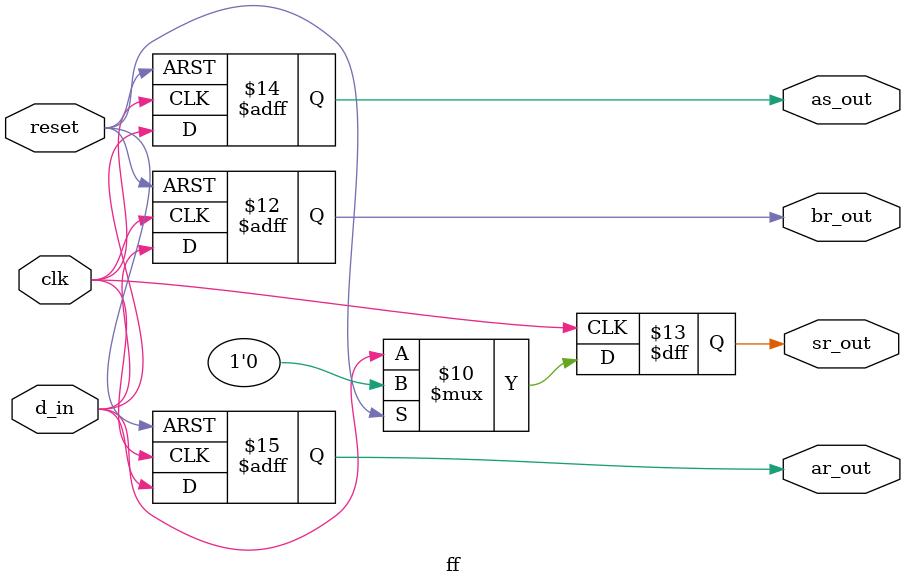
<source format=sv>
module ff
  (
   input logic clk,
   input logic reset,
   input logic d_in,
   output logic ar_out,
   output logic as_out,
   output logic sr_out,
   output logic br_out         
   );

   // Async reset

   always_ff @(posedge clk or posedge reset)
     begin : async_reset
	if (reset == '1)
	  ar_out <= '0;
	else
	  ar_out <= d_in;
     end : async_reset

   // Async set

   always_ff @(posedge clk or posedge reset)
     begin : async_set
	if (reset == '1)
	  as_out <= '1;
	else
	  as_out <= d_in;
     end : async_set

   // Sync reset

   always_ff @(posedge clk)     
     begin : sync_reset
	if (reset == '1)
	  sr_out <= '0;
	else
	  sr_out <= d_in;
     end : sync_reset

   // Broken active low async reset
   always_ff @(posedge clk or negedge reset)     
     begin : broken_reset
	if (reset == '0)
	  br_out <= '0;
	else
	  br_out <= d_in;
     end : broken_reset
   
endmodule
   

</source>
